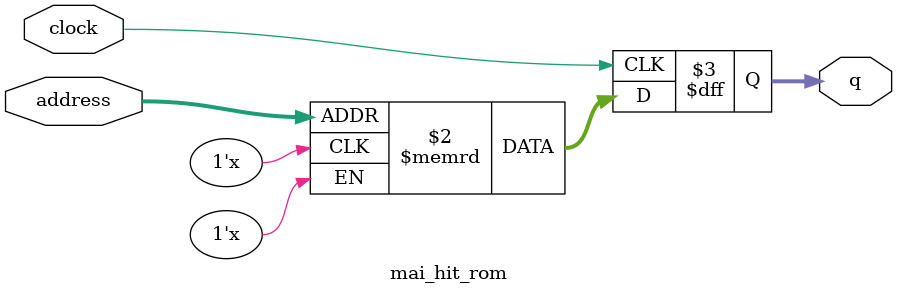
<source format=sv>
module mai_hit_rom (
	input logic clock,
	input logic [12:0] address,
	output logic [2:0] q
);

logic [2:0] memory [0:6143] /* synthesis ram_init_file = "./mai_hit/mai_hit.COE" */;

always_ff @ (posedge clock) begin
	q <= memory[address];
end

endmodule

</source>
